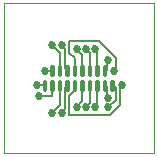
<source format=gtl>
G75*
%MOIN*%
%OFA0B0*%
%FSLAX25Y25*%
%IPPOS*%
%LPD*%
%AMOC8*
5,1,8,0,0,1.08239X$1,22.5*
%
%ADD10C,0.00000*%
%ADD11C,0.01350*%
%ADD12C,0.00600*%
%ADD13C,0.02700*%
D10*
X0001500Y0001500D02*
X0001500Y0051500D01*
X0051500Y0051500D01*
X0051500Y0001500D01*
X0001500Y0001500D01*
D11*
X0015125Y0022675D02*
X0015125Y0025325D01*
X0015275Y0025325D01*
X0015275Y0022675D01*
X0015125Y0022675D01*
X0015125Y0024024D02*
X0015275Y0024024D01*
X0017625Y0025325D02*
X0017625Y0022675D01*
X0017625Y0025325D02*
X0017775Y0025325D01*
X0017775Y0022675D01*
X0017625Y0022675D01*
X0017625Y0024024D02*
X0017775Y0024024D01*
X0020125Y0025325D02*
X0020125Y0022675D01*
X0020125Y0025325D02*
X0020275Y0025325D01*
X0020275Y0022675D01*
X0020125Y0022675D01*
X0020125Y0024024D02*
X0020275Y0024024D01*
X0022625Y0025325D02*
X0022625Y0022675D01*
X0022625Y0025325D02*
X0022775Y0025325D01*
X0022775Y0022675D01*
X0022625Y0022675D01*
X0022625Y0024024D02*
X0022775Y0024024D01*
X0025125Y0025325D02*
X0025125Y0022675D01*
X0025125Y0025325D02*
X0025275Y0025325D01*
X0025275Y0022675D01*
X0025125Y0022675D01*
X0025125Y0024024D02*
X0025275Y0024024D01*
X0027625Y0025325D02*
X0027625Y0022675D01*
X0027625Y0025325D02*
X0027775Y0025325D01*
X0027775Y0022675D01*
X0027625Y0022675D01*
X0027625Y0024024D02*
X0027775Y0024024D01*
X0030125Y0025325D02*
X0030125Y0022675D01*
X0030125Y0025325D02*
X0030275Y0025325D01*
X0030275Y0022675D01*
X0030125Y0022675D01*
X0030125Y0024024D02*
X0030275Y0024024D01*
X0032625Y0025325D02*
X0032625Y0022675D01*
X0032625Y0025325D02*
X0032775Y0025325D01*
X0032775Y0022675D01*
X0032625Y0022675D01*
X0032625Y0024024D02*
X0032775Y0024024D01*
X0035125Y0025325D02*
X0035125Y0022675D01*
X0035125Y0025325D02*
X0035275Y0025325D01*
X0035275Y0022675D01*
X0035125Y0022675D01*
X0035125Y0024024D02*
X0035275Y0024024D01*
X0037625Y0025325D02*
X0037625Y0022675D01*
X0037625Y0025325D02*
X0037775Y0025325D01*
X0037775Y0022675D01*
X0037625Y0022675D01*
X0037625Y0024024D02*
X0037775Y0024024D01*
X0035125Y0027675D02*
X0035125Y0030325D01*
X0035275Y0030325D01*
X0035275Y0027675D01*
X0035125Y0027675D01*
X0035125Y0029024D02*
X0035275Y0029024D01*
X0032625Y0030325D02*
X0032625Y0027675D01*
X0032625Y0030325D02*
X0032775Y0030325D01*
X0032775Y0027675D01*
X0032625Y0027675D01*
X0032625Y0029024D02*
X0032775Y0029024D01*
X0030125Y0030325D02*
X0030125Y0027675D01*
X0030125Y0030325D02*
X0030275Y0030325D01*
X0030275Y0027675D01*
X0030125Y0027675D01*
X0030125Y0029024D02*
X0030275Y0029024D01*
X0027625Y0030325D02*
X0027625Y0027675D01*
X0027625Y0030325D02*
X0027775Y0030325D01*
X0027775Y0027675D01*
X0027625Y0027675D01*
X0027625Y0029024D02*
X0027775Y0029024D01*
X0025125Y0030325D02*
X0025125Y0027675D01*
X0025125Y0030325D02*
X0025275Y0030325D01*
X0025275Y0027675D01*
X0025125Y0027675D01*
X0025125Y0029024D02*
X0025275Y0029024D01*
X0022625Y0030325D02*
X0022625Y0027675D01*
X0022625Y0030325D02*
X0022775Y0030325D01*
X0022775Y0027675D01*
X0022625Y0027675D01*
X0022625Y0029024D02*
X0022775Y0029024D01*
X0020125Y0030325D02*
X0020125Y0027675D01*
X0020125Y0030325D02*
X0020275Y0030325D01*
X0020275Y0027675D01*
X0020125Y0027675D01*
X0020125Y0029024D02*
X0020275Y0029024D01*
X0017625Y0030325D02*
X0017625Y0027675D01*
X0017625Y0030325D02*
X0017775Y0030325D01*
X0017775Y0027675D01*
X0017625Y0027675D01*
X0017625Y0029024D02*
X0017775Y0029024D01*
D12*
X0017700Y0029000D02*
X0017625Y0028750D01*
X0015125Y0028750D01*
X0015125Y0024375D02*
X0012625Y0024375D01*
X0015125Y0024375D02*
X0015200Y0024000D01*
X0017625Y0023750D02*
X0017700Y0024000D01*
X0017625Y0023750D02*
X0017625Y0020625D01*
X0013250Y0020625D01*
X0017625Y0015000D02*
X0020125Y0017500D01*
X0020125Y0023750D01*
X0020200Y0024000D01*
X0022000Y0023125D02*
X0022625Y0023750D01*
X0022700Y0024000D01*
X0022000Y0023125D02*
X0022000Y0016250D01*
X0020750Y0015000D01*
X0023250Y0014375D02*
X0023250Y0020625D01*
X0025125Y0022500D01*
X0025125Y0023750D01*
X0025200Y0024000D01*
X0027625Y0023750D02*
X0027700Y0024000D01*
X0027625Y0023750D02*
X0027625Y0018750D01*
X0025750Y0016875D01*
X0023250Y0014375D02*
X0037000Y0014375D01*
X0040125Y0017500D01*
X0040125Y0023750D01*
X0040750Y0024375D01*
X0038875Y0023125D02*
X0038250Y0023750D01*
X0037700Y0024000D01*
X0038875Y0023125D02*
X0038875Y0019375D01*
X0036375Y0016875D01*
X0036375Y0020000D02*
X0035750Y0020625D01*
X0035750Y0023750D01*
X0035200Y0024000D01*
X0032700Y0024000D02*
X0032625Y0023750D01*
X0032625Y0017500D01*
X0032000Y0016875D01*
X0030125Y0018125D02*
X0030125Y0023750D01*
X0030200Y0024000D01*
X0030200Y0029000D02*
X0030125Y0029375D01*
X0030125Y0035000D01*
X0028875Y0036250D01*
X0027625Y0034375D02*
X0027625Y0029375D01*
X0027700Y0029000D01*
X0025200Y0029000D02*
X0025125Y0029375D01*
X0025125Y0033125D01*
X0023250Y0035000D01*
X0023250Y0038750D01*
X0033250Y0038750D01*
X0038875Y0033125D01*
X0038875Y0029375D01*
X0038250Y0028750D01*
X0035750Y0029375D02*
X0035200Y0029000D01*
X0035750Y0029375D02*
X0035750Y0031875D01*
X0036375Y0032500D01*
X0032625Y0029375D02*
X0032700Y0029000D01*
X0032625Y0029375D02*
X0032625Y0035625D01*
X0032000Y0036250D01*
X0027625Y0034375D02*
X0025750Y0036250D01*
X0022000Y0036250D02*
X0022000Y0030000D01*
X0022625Y0029375D01*
X0022700Y0029000D01*
X0020200Y0029000D02*
X0020125Y0029375D01*
X0020125Y0035000D01*
X0017625Y0037500D01*
X0020750Y0037500D02*
X0022000Y0036250D01*
X0030125Y0018125D02*
X0028875Y0016875D01*
D13*
X0028875Y0016875D03*
X0025750Y0016875D03*
X0020750Y0015000D03*
X0017625Y0015000D03*
X0013250Y0020625D03*
X0012625Y0024375D03*
X0015125Y0028750D03*
X0017625Y0037500D03*
X0020750Y0037500D03*
X0025750Y0036250D03*
X0028875Y0036250D03*
X0032000Y0036250D03*
X0036375Y0032500D03*
X0038250Y0028750D03*
X0040750Y0024375D03*
X0036375Y0020000D03*
X0036375Y0016875D03*
X0032000Y0016875D03*
M02*

</source>
